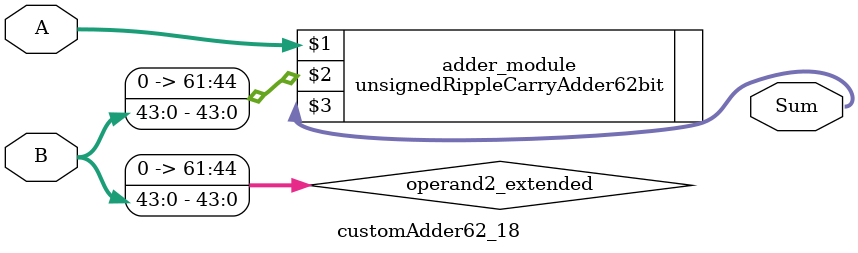
<source format=v>
module customAdder62_18(
                        input [61 : 0] A,
                        input [43 : 0] B,
                        
                        output [62 : 0] Sum
                );

        wire [61 : 0] operand2_extended;
        
        assign operand2_extended =  {18'b0, B};
        
        unsignedRippleCarryAdder62bit adder_module(
            A,
            operand2_extended,
            Sum
        );
        
        endmodule
        
</source>
